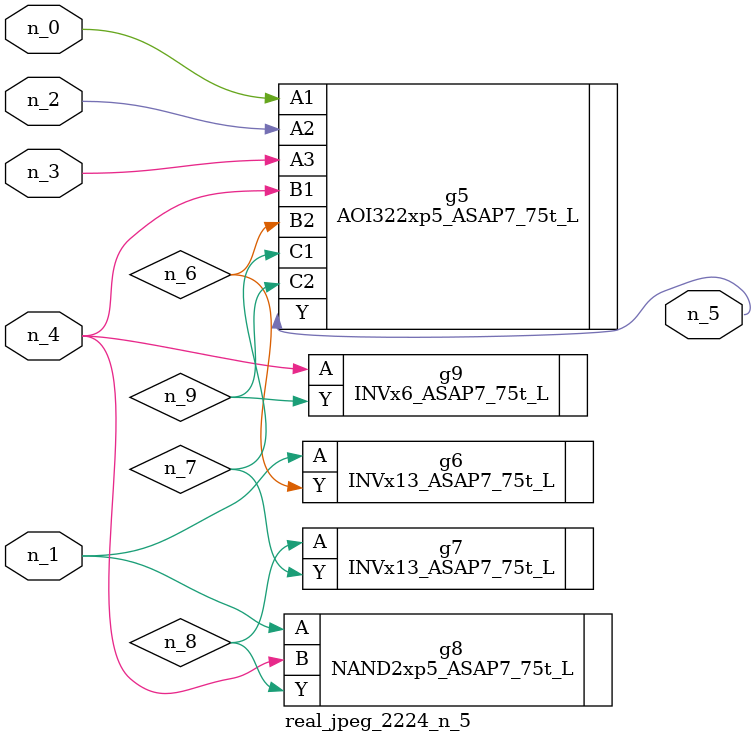
<source format=v>
module real_jpeg_2224_n_5 (n_4, n_0, n_1, n_2, n_3, n_5);

input n_4;
input n_0;
input n_1;
input n_2;
input n_3;

output n_5;

wire n_8;
wire n_6;
wire n_7;
wire n_9;

AOI322xp5_ASAP7_75t_L g5 ( 
.A1(n_0),
.A2(n_2),
.A3(n_3),
.B1(n_4),
.B2(n_6),
.C1(n_7),
.C2(n_9),
.Y(n_5)
);

INVx13_ASAP7_75t_L g6 ( 
.A(n_1),
.Y(n_6)
);

NAND2xp5_ASAP7_75t_L g8 ( 
.A(n_1),
.B(n_4),
.Y(n_8)
);

INVx6_ASAP7_75t_L g9 ( 
.A(n_4),
.Y(n_9)
);

INVx13_ASAP7_75t_L g7 ( 
.A(n_8),
.Y(n_7)
);


endmodule
</source>
